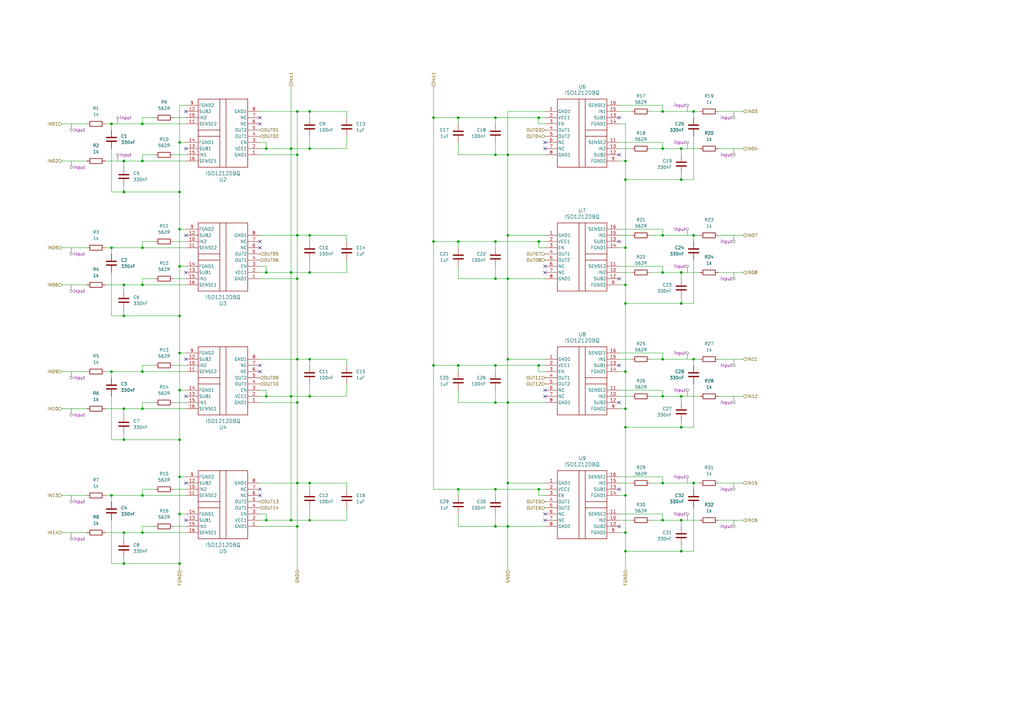
<source format=kicad_sch>
(kicad_sch (version 20231120) (generator "eeschema") (generator_version "8.0")
  (paper "A3")
  (junction (at 121.92 96.52))
  (junction (at 208.28 63.5))
  (junction (at 271.78 198.12))
  (junction (at 119.38 162.56))
  (junction (at 127 198.12))
  (junction (at 271.78 162.56))
  (junction (at 220.98 48.26))
  (junction (at 279.4 162.56))
  (junction (at 203.2 99.06))
  (junction (at 256.54 66.04))
  (junction (at 121.92 45.72))
  (junction (at 50.8 78.74))
  (junction (at 73.66 195.58))
  (junction (at 58.42 101.6))
  (junction (at 121.92 63.5))
  (junction (at 177.8 48.26))
  (junction (at 203.2 149.86))
  (junction (at 203.2 48.26))
  (junction (at 279.4 175.26))
  (junction (at 50.8 218.44))
  (junction (at 256.54 116.84))
  (junction (at 127 213.36))
  (junction (at 127 147.32))
  (junction (at 50.8 180.34))
  (junction (at 127 45.72))
  (junction (at 220.98 200.66))
  (junction (at 187.96 200.66))
  (junction (at 271.78 111.76))
  (junction (at 187.96 149.86))
  (junction (at 50.8 231.14))
  (junction (at 127 60.96))
  (junction (at 284.48 45.72))
  (junction (at 58.42 152.4))
  (junction (at 279.4 73.66))
  (junction (at 73.66 93.98))
  (junction (at 58.42 116.84))
  (junction (at 119.38 213.36))
  (junction (at 127 111.76))
  (junction (at 279.4 111.76))
  (junction (at 73.66 109.22))
  (junction (at 50.8 66.04))
  (junction (at 256.54 218.44))
  (junction (at 73.66 78.74))
  (junction (at 121.92 198.12))
  (junction (at 73.66 210.82))
  (junction (at 284.48 147.32))
  (junction (at 208.28 198.12))
  (junction (at 58.42 167.64))
  (junction (at 220.98 149.86))
  (junction (at 58.42 50.8))
  (junction (at 208.28 147.32))
  (junction (at 208.28 96.52))
  (junction (at 73.66 144.78))
  (junction (at 203.2 215.9))
  (junction (at 119.38 60.96))
  (junction (at 109.22 111.76))
  (junction (at 50.8 116.84))
  (junction (at 121.92 114.3))
  (junction (at 203.2 200.66))
  (junction (at 284.48 96.52))
  (junction (at 284.48 198.12))
  (junction (at 187.96 48.26))
  (junction (at 177.8 99.06))
  (junction (at 127 162.56))
  (junction (at 73.66 180.34))
  (junction (at 256.54 101.6))
  (junction (at 256.54 226.06))
  (junction (at 271.78 45.72))
  (junction (at 45.72 203.2))
  (junction (at 50.8 167.64))
  (junction (at 279.4 60.96))
  (junction (at 256.54 124.46))
  (junction (at 45.72 152.4))
  (junction (at 256.54 73.66))
  (junction (at 109.22 60.96))
  (junction (at 203.2 114.3))
  (junction (at 203.2 63.5))
  (junction (at 121.92 165.1))
  (junction (at 220.98 99.06))
  (junction (at 121.92 147.32))
  (junction (at 256.54 152.4))
  (junction (at 45.72 50.8))
  (junction (at 256.54 203.2))
  (junction (at 208.28 215.9))
  (junction (at 271.78 96.52))
  (junction (at 73.66 231.14))
  (junction (at 256.54 175.26))
  (junction (at 208.28 114.3))
  (junction (at 177.8 149.86))
  (junction (at 279.4 226.06))
  (junction (at 119.38 111.76))
  (junction (at 58.42 218.44))
  (junction (at 45.72 101.6))
  (junction (at 279.4 124.46))
  (junction (at 208.28 165.1))
  (junction (at 58.42 66.04))
  (junction (at 58.42 203.2))
  (junction (at 73.66 58.42))
  (junction (at 203.2 165.1))
  (junction (at 121.92 215.9))
  (junction (at 271.78 60.96))
  (junction (at 187.96 99.06))
  (junction (at 109.22 162.56))
  (junction (at 271.78 213.36))
  (junction (at 271.78 147.32))
  (junction (at 127 96.52))
  (junction (at 109.22 213.36))
  (junction (at 73.66 160.02))
  (junction (at 256.54 167.64))
  (junction (at 50.8 129.54))
  (junction (at 279.4 213.36))
  (junction (at 73.66 129.54))
  (no_connect (at 106.68 203.2))
  (no_connect (at 223.52 58.42))
  (no_connect (at 76.2 147.32))
  (no_connect (at 76.2 213.36))
  (no_connect (at 106.68 152.4))
  (no_connect (at 76.2 45.72))
  (no_connect (at 254 165.1))
  (no_connect (at 223.52 162.56))
  (no_connect (at 223.52 210.82))
  (no_connect (at 76.2 60.96))
  (no_connect (at 254 48.26))
  (no_connect (at 106.68 101.6))
  (no_connect (at 223.52 60.96))
  (no_connect (at 106.68 48.26))
  (no_connect (at 223.52 111.76))
  (no_connect (at 76.2 162.56))
  (no_connect (at 254 200.66))
  (no_connect (at 76.2 111.76))
  (no_connect (at 223.52 160.02))
  (no_connect (at 254 114.3))
  (no_connect (at 254 149.86))
  (no_connect (at 76.2 96.52))
  (no_connect (at 106.68 149.86))
  (no_connect (at 106.68 200.66))
  (no_connect (at 254 99.06))
  (no_connect (at 223.52 109.22))
  (no_connect (at 106.68 99.06))
  (no_connect (at 254 63.5))
  (no_connect (at 76.2 198.12))
  (no_connect (at 223.52 213.36))
  (no_connect (at 106.68 50.8))
  (no_connect (at 254 215.9))
  (wire (pts (xy 266.7 147.32) (xy 271.78 147.32)))
  (wire (pts (xy 106.68 213.36) (xy 109.22 213.36)))
  (wire (pts (xy 223.52 147.32) (xy 208.28 147.32)))
  (wire (pts (xy 121.92 198.12) (xy 121.92 215.9)))
  (wire (pts (xy 177.8 200.66) (xy 177.8 149.86)))
  (wire (pts (xy 287.02 213.36) (xy 279.4 213.36)))
  (wire (pts (xy 71.12 200.66) (xy 76.2 200.66)))
  (wire (pts (xy 58.42 167.64) (xy 76.2 167.64)))
  (wire (pts (xy 25.4 218.44) (xy 35.56 218.44)))
  (wire (pts (xy 121.92 45.72) (xy 121.92 63.5)))
  (wire (pts (xy 109.22 60.96) (xy 119.38 60.96)))
  (wire (pts (xy 73.66 93.98) (xy 73.66 109.22)))
  (wire (pts (xy 284.48 200.66) (xy 284.48 198.12)))
  (wire (pts (xy 284.48 99.06) (xy 284.48 96.52)))
  (wire (pts (xy 25.4 203.2) (xy 35.56 203.2)))
  (wire (pts (xy 127 157.48) (xy 127 162.56)))
  (wire (pts (xy 266.7 162.56) (xy 271.78 162.56)))
  (wire (pts (xy 284.48 175.26) (xy 279.4 175.26)))
  (wire (pts (xy 76.2 160.02) (xy 73.66 160.02)))
  (wire (pts (xy 109.22 213.36) (xy 119.38 213.36)))
  (wire (pts (xy 256.54 152.4) (xy 256.54 124.46)))
  (wire (pts (xy 76.2 210.82) (xy 73.66 210.82)))
  (wire (pts (xy 71.12 99.06) (xy 76.2 99.06)))
  (wire (pts (xy 73.66 129.54) (xy 73.66 144.78)))
  (wire (pts (xy 76.2 93.98) (xy 73.66 93.98)))
  (wire (pts (xy 279.4 213.36) (xy 271.78 213.36)))
  (wire (pts (xy 45.72 111.76) (xy 45.72 129.54)))
  (wire (pts (xy 187.96 165.1) (xy 203.2 165.1)))
  (wire (pts (xy 203.2 152.4) (xy 203.2 149.86)))
  (wire (pts (xy 256.54 203.2) (xy 254 203.2)))
  (wire (pts (xy 106.68 165.1) (xy 121.92 165.1)))
  (wire (pts (xy 223.52 152.4) (xy 220.98 152.4)))
  (wire (pts (xy 220.98 48.26) (xy 220.98 50.8)))
  (wire (pts (xy 109.22 210.82) (xy 109.22 213.36)))
  (wire (pts (xy 279.4 111.76) (xy 271.78 111.76)))
  (wire (pts (xy 287.02 147.32) (xy 284.48 147.32)))
  (wire (pts (xy 127 45.72) (xy 142.24 45.72)))
  (wire (pts (xy 177.8 200.66) (xy 187.96 200.66)))
  (wire (pts (xy 63.5 48.26) (xy 58.42 48.26)))
  (wire (pts (xy 109.22 160.02) (xy 109.22 162.56)))
  (wire (pts (xy 256.54 101.6) (xy 256.54 73.66)))
  (wire (pts (xy 287.02 162.56) (xy 279.4 162.56)))
  (wire (pts (xy 63.5 149.86) (xy 58.42 149.86)))
  (wire (pts (xy 50.8 228.6) (xy 50.8 231.14)))
  (wire (pts (xy 58.42 50.8) (xy 76.2 50.8)))
  (wire (pts (xy 256.54 175.26) (xy 279.4 175.26)))
  (wire (pts (xy 119.38 111.76) (xy 127 111.76)))
  (wire (pts (xy 63.5 215.9) (xy 58.42 215.9)))
  (wire (pts (xy 208.28 63.5) (xy 208.28 96.52)))
  (wire (pts (xy 271.78 160.02) (xy 271.78 162.56)))
  (wire (pts (xy 208.28 147.32) (xy 208.28 165.1)))
  (wire (pts (xy 187.96 215.9) (xy 203.2 215.9)))
  (wire (pts (xy 119.38 111.76) (xy 119.38 162.56)))
  (wire (pts (xy 254 111.76) (xy 259.08 111.76)))
  (wire (pts (xy 284.48 226.06) (xy 279.4 226.06)))
  (wire (pts (xy 25.4 152.4) (xy 35.56 152.4)))
  (wire (pts (xy 142.24 111.76) (xy 127 111.76)))
  (wire (pts (xy 43.18 50.8) (xy 45.72 50.8)))
  (wire (pts (xy 106.68 147.32) (xy 121.92 147.32)))
  (wire (pts (xy 45.72 154.94) (xy 45.72 152.4)))
  (wire (pts (xy 76.2 43.18) (xy 73.66 43.18)))
  (wire (pts (xy 254 58.42) (xy 271.78 58.42)))
  (wire (pts (xy 203.2 63.5) (xy 208.28 63.5)))
  (wire (pts (xy 256.54 152.4) (xy 254 152.4)))
  (wire (pts (xy 50.8 218.44) (xy 50.8 220.98)))
  (wire (pts (xy 63.5 63.5) (xy 58.42 63.5)))
  (wire (pts (xy 76.2 195.58) (xy 73.66 195.58)))
  (wire (pts (xy 254 116.84) (xy 256.54 116.84)))
  (wire (pts (xy 58.42 218.44) (xy 76.2 218.44)))
  (wire (pts (xy 203.2 210.82) (xy 203.2 215.9)))
  (wire (pts (xy 254 195.58) (xy 271.78 195.58)))
  (wire (pts (xy 187.96 101.6) (xy 187.96 99.06)))
  (wire (pts (xy 50.8 76.2) (xy 50.8 78.74)))
  (wire (pts (xy 271.78 96.52) (xy 284.48 96.52)))
  (wire (pts (xy 187.96 200.66) (xy 203.2 200.66)))
  (wire (pts (xy 25.4 101.6) (xy 35.56 101.6)))
  (wire (pts (xy 223.52 215.9) (xy 208.28 215.9)))
  (wire (pts (xy 187.96 203.2) (xy 187.96 200.66)))
  (wire (pts (xy 109.22 162.56) (xy 119.38 162.56)))
  (wire (pts (xy 45.72 60.96) (xy 45.72 78.74)))
  (wire (pts (xy 279.4 162.56) (xy 271.78 162.56)))
  (wire (pts (xy 266.7 96.52) (xy 271.78 96.52)))
  (wire (pts (xy 271.78 195.58) (xy 271.78 198.12)))
  (wire (pts (xy 254 93.98) (xy 271.78 93.98)))
  (wire (pts (xy 279.4 213.36) (xy 279.4 215.9)))
  (wire (pts (xy 256.54 73.66) (xy 256.54 66.04)))
  (wire (pts (xy 256.54 101.6) (xy 254 101.6)))
  (wire (pts (xy 223.52 198.12) (xy 208.28 198.12)))
  (wire (pts (xy 25.4 116.84) (xy 35.56 116.84)))
  (wire (pts (xy 203.2 215.9) (xy 208.28 215.9)))
  (wire (pts (xy 76.2 109.22) (xy 73.66 109.22)))
  (wire (pts (xy 50.8 66.04) (xy 50.8 68.58)))
  (wire (pts (xy 220.98 48.26) (xy 223.52 48.26)))
  (wire (pts (xy 127 213.36) (xy 119.38 213.36)))
  (wire (pts (xy 142.24 48.26) (xy 142.24 45.72)))
  (wire (pts (xy 73.66 78.74) (xy 73.66 93.98)))
  (wire (pts (xy 254 213.36) (xy 259.08 213.36)))
  (wire (pts (xy 256.54 203.2) (xy 256.54 175.26)))
  (wire (pts (xy 76.2 58.42) (xy 73.66 58.42)))
  (wire (pts (xy 254 147.32) (xy 259.08 147.32)))
  (wire (pts (xy 50.8 218.44) (xy 58.42 218.44)))
  (wire (pts (xy 208.28 96.52) (xy 208.28 114.3)))
  (wire (pts (xy 106.68 96.52) (xy 121.92 96.52)))
  (wire (pts (xy 177.8 149.86) (xy 177.8 99.06)))
  (wire (pts (xy 63.5 165.1) (xy 58.42 165.1)))
  (wire (pts (xy 73.66 231.14) (xy 73.66 233.68)))
  (wire (pts (xy 119.38 35.56) (xy 119.38 60.96)))
  (wire (pts (xy 279.4 111.76) (xy 279.4 114.3)))
  (wire (pts (xy 223.52 203.2) (xy 220.98 203.2)))
  (wire (pts (xy 45.72 53.34) (xy 45.72 50.8)))
  (wire (pts (xy 142.24 208.28) (xy 142.24 213.36)))
  (wire (pts (xy 106.68 45.72) (xy 121.92 45.72)))
  (wire (pts (xy 254 218.44) (xy 256.54 218.44)))
  (wire (pts (xy 304.8 213.36) (xy 294.64 213.36)))
  (wire (pts (xy 127 149.86) (xy 127 147.32)))
  (wire (pts (xy 271.78 198.12) (xy 284.48 198.12)))
  (wire (pts (xy 71.12 165.1) (xy 76.2 165.1)))
  (wire (pts (xy 45.72 231.14) (xy 50.8 231.14)))
  (wire (pts (xy 43.18 66.04) (xy 50.8 66.04)))
  (wire (pts (xy 203.2 149.86) (xy 220.98 149.86)))
  (wire (pts (xy 121.92 215.9) (xy 121.92 233.68)))
  (wire (pts (xy 45.72 203.2) (xy 58.42 203.2)))
  (wire (pts (xy 266.7 60.96) (xy 271.78 60.96)))
  (wire (pts (xy 142.24 99.06) (xy 142.24 96.52)))
  (wire (pts (xy 203.2 160.02) (xy 203.2 165.1)))
  (wire (pts (xy 177.8 99.06) (xy 187.96 99.06)))
  (wire (pts (xy 271.78 147.32) (xy 284.48 147.32)))
  (wire (pts (xy 25.4 167.64) (xy 35.56 167.64)))
  (wire (pts (xy 142.24 106.68) (xy 142.24 111.76)))
  (wire (pts (xy 284.48 157.48) (xy 284.48 175.26)))
  (wire (pts (xy 121.92 165.1) (xy 121.92 198.12)))
  (wire (pts (xy 187.96 50.8) (xy 187.96 48.26)))
  (wire (pts (xy 187.96 152.4) (xy 187.96 149.86)))
  (wire (pts (xy 127 48.26) (xy 127 45.72)))
  (wire (pts (xy 50.8 116.84) (xy 50.8 119.38)))
  (wire (pts (xy 142.24 200.66) (xy 142.24 198.12)))
  (wire (pts (xy 203.2 165.1) (xy 208.28 165.1)))
  (wire (pts (xy 271.78 109.22) (xy 271.78 111.76)))
  (wire (pts (xy 256.54 218.44) (xy 256.54 203.2)))
  (wire (pts (xy 203.2 200.66) (xy 220.98 200.66)))
  (wire (pts (xy 58.42 99.06) (xy 58.42 101.6)))
  (wire (pts (xy 142.24 60.96) (xy 127 60.96)))
  (wire (pts (xy 254 109.22) (xy 271.78 109.22)))
  (wire (pts (xy 203.2 109.22) (xy 203.2 114.3)))
  (wire (pts (xy 71.12 149.86) (xy 76.2 149.86)))
  (wire (pts (xy 76.2 144.78) (xy 73.66 144.78)))
  (wire (pts (xy 142.24 213.36) (xy 127 213.36)))
  (wire (pts (xy 271.78 58.42) (xy 271.78 60.96)))
  (wire (pts (xy 256.54 226.06) (xy 256.54 218.44)))
  (wire (pts (xy 45.72 104.14) (xy 45.72 101.6)))
  (wire (pts (xy 220.98 99.06) (xy 223.52 99.06)))
  (wire (pts (xy 142.24 157.48) (xy 142.24 162.56)))
  (wire (pts (xy 223.52 114.3) (xy 208.28 114.3)))
  (wire (pts (xy 254 45.72) (xy 259.08 45.72)))
  (wire (pts (xy 254 162.56) (xy 259.08 162.56)))
  (wire (pts (xy 279.4 223.52) (xy 279.4 226.06)))
  (wire (pts (xy 50.8 127) (xy 50.8 129.54)))
  (wire (pts (xy 50.8 116.84) (xy 58.42 116.84)))
  (wire (pts (xy 71.12 48.26) (xy 76.2 48.26)))
  (wire (pts (xy 203.2 48.26) (xy 220.98 48.26)))
  (wire (pts (xy 45.72 213.36) (xy 45.72 231.14)))
  (wire (pts (xy 25.4 50.8) (xy 35.56 50.8)))
  (wire (pts (xy 256.54 233.68) (xy 256.54 226.06)))
  (wire (pts (xy 106.68 162.56) (xy 109.22 162.56)))
  (wire (pts (xy 203.2 58.42) (xy 203.2 63.5)))
  (wire (pts (xy 223.52 96.52) (xy 208.28 96.52)))
  (wire (pts (xy 223.52 50.8) (xy 220.98 50.8)))
  (wire (pts (xy 109.22 111.76) (xy 119.38 111.76)))
  (wire (pts (xy 43.18 101.6) (xy 45.72 101.6)))
  (wire (pts (xy 121.92 198.12) (xy 127 198.12)))
  (wire (pts (xy 279.4 60.96) (xy 279.4 63.5)))
  (wire (pts (xy 121.92 63.5) (xy 121.92 96.52)))
  (wire (pts (xy 45.72 78.74) (xy 50.8 78.74)))
  (wire (pts (xy 73.66 58.42) (xy 73.66 78.74)))
  (wire (pts (xy 208.28 45.72) (xy 208.28 63.5)))
  (wire (pts (xy 256.54 175.26) (xy 256.54 167.64)))
  (wire (pts (xy 50.8 129.54) (xy 73.66 129.54)))
  (wire (pts (xy 271.78 210.82) (xy 271.78 213.36)))
  (wire (pts (xy 121.92 45.72) (xy 127 45.72)))
  (wire (pts (xy 284.48 48.26) (xy 284.48 45.72)))
  (wire (pts (xy 279.4 121.92) (xy 279.4 124.46)))
  (wire (pts (xy 119.38 162.56) (xy 119.38 213.36)))
  (wire (pts (xy 254 43.18) (xy 271.78 43.18)))
  (wire (pts (xy 287.02 60.96) (xy 279.4 60.96)))
  (wire (pts (xy 187.96 160.02) (xy 187.96 165.1)))
  (wire (pts (xy 220.98 200.66) (xy 223.52 200.66)))
  (wire (pts (xy 304.8 198.12) (xy 294.64 198.12)))
  (wire (pts (xy 284.48 124.46) (xy 279.4 124.46)))
  (wire (pts (xy 127 55.88) (xy 127 60.96)))
  (wire (pts (xy 73.66 160.02) (xy 73.66 180.34)))
  (wire (pts (xy 45.72 101.6) (xy 58.42 101.6)))
  (wire (pts (xy 50.8 167.64) (xy 58.42 167.64)))
  (wire (pts (xy 121.92 147.32) (xy 121.92 165.1)))
  (wire (pts (xy 284.48 208.28) (xy 284.48 226.06)))
  (wire (pts (xy 254 96.52) (xy 259.08 96.52)))
  (wire (pts (xy 271.78 144.78) (xy 271.78 147.32)))
  (wire (pts (xy 304.8 111.76) (xy 294.64 111.76)))
  (wire (pts (xy 266.7 45.72) (xy 271.78 45.72)))
  (wire (pts (xy 254 167.64) (xy 256.54 167.64)))
  (wire (pts (xy 71.12 215.9) (xy 76.2 215.9)))
  (wire (pts (xy 106.68 58.42) (xy 109.22 58.42)))
  (wire (pts (xy 45.72 162.56) (xy 45.72 180.34)))
  (wire (pts (xy 50.8 78.74) (xy 73.66 78.74)))
  (wire (pts (xy 45.72 205.74) (xy 45.72 203.2)))
  (wire (pts (xy 127 99.06) (xy 127 96.52)))
  (wire (pts (xy 106.68 210.82) (xy 109.22 210.82)))
  (wire (pts (xy 63.5 114.3) (xy 58.42 114.3)))
  (wire (pts (xy 127 106.68) (xy 127 111.76)))
  (wire (pts (xy 106.68 215.9) (xy 121.92 215.9)))
  (wire (pts (xy 58.42 152.4) (xy 76.2 152.4)))
  (wire (pts (xy 254 210.82) (xy 271.78 210.82)))
  (wire (pts (xy 271.78 93.98) (xy 271.78 96.52)))
  (wire (pts (xy 220.98 99.06) (xy 220.98 101.6)))
  (wire (pts (xy 127 208.28) (xy 127 213.36)))
  (wire (pts (xy 43.18 218.44) (xy 50.8 218.44)))
  (wire (pts (xy 203.2 99.06) (xy 220.98 99.06)))
  (wire (pts (xy 127 96.52) (xy 142.24 96.52)))
  (wire (pts (xy 127 162.56) (xy 119.38 162.56)))
  (wire (pts (xy 121.92 96.52) (xy 121.92 114.3)))
  (wire (pts (xy 58.42 66.04) (xy 76.2 66.04)))
  (wire (pts (xy 220.98 200.66) (xy 220.98 203.2)))
  (wire (pts (xy 266.7 111.76) (xy 271.78 111.76)))
  (wire (pts (xy 58.42 63.5) (xy 58.42 66.04)))
  (wire (pts (xy 284.48 73.66) (xy 279.4 73.66)))
  (wire (pts (xy 58.42 116.84) (xy 76.2 116.84)))
  (wire (pts (xy 187.96 149.86) (xy 203.2 149.86)))
  (wire (pts (xy 58.42 203.2) (xy 76.2 203.2)))
  (wire (pts (xy 50.8 231.14) (xy 73.66 231.14)))
  (wire (pts (xy 187.96 210.82) (xy 187.96 215.9)))
  (wire (pts (xy 58.42 149.86) (xy 58.42 152.4)))
  (wire (pts (xy 109.22 58.42) (xy 109.22 60.96)))
  (wire (pts (xy 256.54 167.64) (xy 256.54 152.4)))
  (wire (pts (xy 287.02 111.76) (xy 279.4 111.76)))
  (wire (pts (xy 279.4 162.56) (xy 279.4 165.1)))
  (wire (pts (xy 106.68 109.22) (xy 109.22 109.22)))
  (wire (pts (xy 284.48 55.88) (xy 284.48 73.66)))
  (wire (pts (xy 187.96 149.86) (xy 177.8 149.86)))
  (wire (pts (xy 287.02 45.72) (xy 284.48 45.72)))
  (wire (pts (xy 73.66 210.82) (xy 73.66 231.14)))
  (wire (pts (xy 223.52 45.72) (xy 208.28 45.72)))
  (wire (pts (xy 142.24 162.56) (xy 127 162.56)))
  (wire (pts (xy 58.42 114.3) (xy 58.42 116.84)))
  (wire (pts (xy 63.5 200.66) (xy 58.42 200.66)))
  (wire (pts (xy 58.42 48.26) (xy 58.42 50.8)))
  (wire (pts (xy 106.68 60.96) (xy 109.22 60.96)))
  (wire (pts (xy 73.66 109.22) (xy 73.66 129.54)))
  (wire (pts (xy 304.8 147.32) (xy 294.64 147.32)))
  (wire (pts (xy 279.4 60.96) (xy 271.78 60.96)))
  (wire (pts (xy 271.78 43.18) (xy 271.78 45.72)))
  (wire (pts (xy 43.18 152.4) (xy 45.72 152.4)))
  (wire (pts (xy 121.92 114.3) (xy 121.92 147.32)))
  (wire (pts (xy 73.66 43.18) (xy 73.66 58.42)))
  (wire (pts (xy 203.2 114.3) (xy 208.28 114.3)))
  (wire (pts (xy 203.2 101.6) (xy 203.2 99.06)))
  (wire (pts (xy 50.8 177.8) (xy 50.8 180.34)))
  (wire (pts (xy 58.42 165.1) (xy 58.42 167.64)))
  (wire (pts (xy 287.02 96.52) (xy 284.48 96.52)))
  (wire (pts (xy 187.96 99.06) (xy 203.2 99.06)))
  (wire (pts (xy 208.28 165.1) (xy 208.28 198.12)))
  (wire (pts (xy 223.52 165.1) (xy 208.28 165.1)))
  (wire (pts (xy 254 60.96) (xy 259.08 60.96)))
  (wire (pts (xy 203.2 50.8) (xy 203.2 48.26)))
  (wire (pts (xy 121.92 96.52) (xy 127 96.52)))
  (wire (pts (xy 106.68 198.12) (xy 121.92 198.12)))
  (wire (pts (xy 208.28 215.9) (xy 208.28 233.68)))
  (wire (pts (xy 304.8 60.96) (xy 294.64 60.96)))
  (wire (pts (xy 45.72 129.54) (xy 50.8 129.54)))
  (wire (pts (xy 208.28 114.3) (xy 208.28 147.32)))
  (wire (pts (xy 256.54 66.04) (xy 256.54 50.8)))
  (wire (pts (xy 45.72 152.4) (xy 58.42 152.4)))
  (wire (pts (xy 256.54 50.8) (xy 254 50.8)))
  (wire (pts (xy 58.42 101.6) (xy 76.2 101.6)))
  (wire (pts (xy 304.8 162.56) (xy 294.64 162.56)))
  (wire (pts (xy 71.12 114.3) (xy 76.2 114.3)))
  (wire (pts (xy 279.4 71.12) (xy 279.4 73.66)))
  (wire (pts (xy 109.22 109.22) (xy 109.22 111.76)))
  (wire (pts (xy 203.2 203.2) (xy 203.2 200.66)))
  (wire (pts (xy 279.4 172.72) (xy 279.4 175.26)))
  (wire (pts (xy 266.7 213.36) (xy 271.78 213.36)))
  (wire (pts (xy 43.18 203.2) (xy 45.72 203.2)))
  (wire (pts (xy 58.42 200.66) (xy 58.42 203.2)))
  (wire (pts (xy 266.7 198.12) (xy 271.78 198.12)))
  (wire (pts (xy 187.96 58.42) (xy 187.96 63.5)))
  (wire (pts (xy 256.54 124.46) (xy 279.4 124.46)))
  (wire (pts (xy 119.38 60.96) (xy 119.38 111.76)))
  (wire (pts (xy 50.8 167.64) (xy 50.8 170.18)))
  (wire (pts (xy 304.8 96.52) (xy 294.64 96.52)))
  (wire (pts (xy 43.18 116.84) (xy 50.8 116.84)))
  (wire (pts (xy 256.54 124.46) (xy 256.54 116.84)))
  (wire (pts (xy 177.8 48.26) (xy 187.96 48.26)))
  (wire (pts (xy 254 144.78) (xy 271.78 144.78)))
  (wire (pts (xy 187.96 109.22) (xy 187.96 114.3)))
  (wire (pts (xy 177.8 48.26) (xy 177.8 99.06)))
  (wire (pts (xy 187.96 114.3) (xy 203.2 114.3)))
  (wire (pts (xy 106.68 114.3) (xy 121.92 114.3)))
  (wire (pts (xy 50.8 66.04) (xy 58.42 66.04)))
  (wire (pts (xy 284.48 106.68) (xy 284.48 124.46)))
  (wire (pts (xy 304.8 45.72) (xy 294.64 45.72)))
  (wire (pts (xy 223.52 63.5) (xy 208.28 63.5)))
  (wire (pts (xy 73.66 144.78) (xy 73.66 160.02)))
  (wire (pts (xy 73.66 195.58) (xy 73.66 210.82)))
  (wire (pts (xy 63.5 99.06) (xy 58.42 99.06)))
  (wire (pts (xy 256.54 116.84) (xy 256.54 101.6)))
  (wire (pts (xy 45.72 180.34) (xy 50.8 180.34)))
  (wire (pts (xy 127 147.32) (xy 142.24 147.32)))
  (wire (pts (xy 121.92 147.32) (xy 127 147.32)))
  (wire (pts (xy 50.8 180.34) (xy 73.66 180.34)))
  (wire (pts (xy 73.66 180.34) (xy 73.66 195.58)))
  (wire (pts (xy 254 198.12) (xy 259.08 198.12)))
  (wire (pts (xy 284.48 149.86) (xy 284.48 147.32)))
  (wire (pts (xy 256.54 73.66) (xy 279.4 73.66)))
  (wire (pts (xy 106.68 111.76) (xy 109.22 111.76)))
  (wire (pts (xy 223.52 101.6) (xy 220.98 101.6)))
  (wire (pts (xy 208.28 198.12) (xy 208.28 215.9)))
  (wire (pts (xy 177.8 35.56) (xy 177.8 48.26)))
  (wire (pts (xy 71.12 63.5) (xy 76.2 63.5)))
  (wire (pts (xy 271.78 45.72) (xy 284.48 45.72)))
  (wire (pts (xy 106.68 160.02) (xy 109.22 160.02)))
  (wire (pts (xy 58.42 215.9) (xy 58.42 218.44)))
  (wire (pts (xy 25.4 66.04) (xy 35.56 66.04)))
  (wire (pts (xy 287.02 198.12) (xy 284.48 198.12)))
  (wire (pts (xy 106.68 63.5) (xy 121.92 63.5)))
  (wire (pts (xy 142.24 55.88) (xy 142.24 60.96)))
  (wire (pts (xy 220.98 149.86) (xy 223.52 149.86)))
  (wire (pts (xy 45.72 50.8) (xy 58.42 50.8)))
  (wire (pts (xy 43.18 167.64) (xy 50.8 167.64)))
  (wire (pts (xy 254 160.02) (xy 271.78 160.02)))
  (wire (pts (xy 256.54 226.06) (xy 279.4 226.06)))
  (wire (pts (xy 119.38 60.96) (xy 127 60.96)))
  (wire (pts (xy 220.98 149.86) (xy 220.98 152.4)))
  (wire (pts (xy 254 66.04) (xy 256.54 66.04)))
  (wire (pts (xy 187.96 63.5) (xy 203.2 63.5)))
  (wire (pts (xy 127 200.66) (xy 127 198.12)))
  (wire (pts (xy 127 198.12) (xy 142.24 198.12)))
  (wire (pts (xy 187.96 48.26) (xy 203.2 48.26)))
  (wire (pts (xy 142.24 149.86) (xy 142.24 147.32)))
  (hierarchical_label "OUT11" (shape input) (at 223.52 154.94 180))
  (hierarchical_label "IN07" (shape input) (at 304.8 96.52 0))
  (hierarchical_label "IN16" (shape input) (at 304.8 213.36 0))
  (hierarchical_label "IN10" (shape input) (at 25.4 167.64 180))
  (hierarchical_label "OUT08" (shape input) (at 223.52 106.68 180))
  (hierarchical_label "IN05" (shape input) (at 25.4 101.6 180))
  (hierarchical_label "OUT05" (shape input) (at 106.68 104.14 0))
  (hierarchical_label "IN03" (shape input) (at 304.8 45.72 0))
  (hierarchical_label "OUT06" (shape input) (at 106.68 106.68 0))
  (hierarchical_label "OUT15" (shape input) (at 223.52 205.74 180))
  (hierarchical_label "GND" (shape input) (at 208.28 233.68 270))
  (hierarchical_label "IN12" (shape input) (at 304.8 162.56 0))
  (hierarchical_label "OUT13" (shape input) (at 106.68 205.74 0))
  (hierarchical_label "FGND" (shape input) (at 256.54 233.68 270))
  (hierarchical_label "OUT16" (shape input) (at 223.52 208.28 180))
  (hierarchical_label "OUT04" (shape input) (at 223.52 55.88 180))
  (hierarchical_label "OUT03" (shape input) (at 223.52 53.34 180))
  (hierarchical_label "Vcc1" (shape input) (at 119.38 35.56 90))
  (hierarchical_label "IN14" (shape input) (at 25.4 218.44 180))
  (hierarchical_label "OUT07" (shape input) (at 223.52 104.14 180))
  (hierarchical_label "OUT14" (shape input) (at 106.68 208.28 0))
  (hierarchical_label "OUT09" (shape input) (at 106.68 154.94 0))
  (hierarchical_label "OUT01" (shape input) (at 106.68 53.34 0))
  (hierarchical_label "OUT02" (shape input) (at 106.68 55.88 0))
  (hierarchical_label "IN08" (shape input) (at 304.8 111.76 0))
  (hierarchical_label "IN13" (shape input) (at 25.4 203.2 180))
  (hierarchical_label "IN06" (shape input) (at 25.4 116.84 180))
  (hierarchical_label "OUT10" (shape input) (at 106.68 157.48 0))
  (hierarchical_label "OUT12" (shape input) (at 223.52 157.48 180))
  (hierarchical_label "IN01" (shape input) (at 25.4 50.8 180))
  (hierarchical_label "IN02" (shape input) (at 25.4 66.04 180))
  (hierarchical_label "Vcc1" (shape input) (at 177.8 35.56 90))
  (hierarchical_label "FGND" (shape input) (at 73.66 233.68 270))
  (hierarchical_label "IN09" (shape input) (at 25.4 152.4 180))
  (hierarchical_label "IN04" (shape input) (at 304.8 60.96 0))
  (hierarchical_label "IN15" (shape input) (at 304.8 198.12 0))
  (hierarchical_label "IN11" (shape input) (at 304.8 147.32 0))
  (hierarchical_label "GND" (shape input) (at 121.92 233.68 270))
  (netclass_flag "" (length 2.54) (shape round) (at 281.94 96.52 0) (property "Netclass" "input" (at 281.2415 93.98 0) (effects (font (italic yes)) (justify right))))
  (netclass_flag "" (length 2.54) (shape round) (at 281.94 147.32 0) (property "Netclass" "input" (at 281.2415 144.78 0) (effects (font (italic yes)) (justify right))))
  (netclass_flag "" (length 2.54) (shape round) (at 281.94 45.72 0) (property "Netclass" "input" (at 281.2415 43.18 0) (effects (font (italic yes)) (justify right))))
  (netclass_flag "" (length 2.54) (shape round) (at 29.21 116.84 180) (property "Netclass" "input" (at 29.9085 119.38 0) (effects (font (italic yes)) (justify left))))
  (netclass_flag "" (length 2.54) (shape round) (at 300.99 162.56 180) (property "Netclass" "input" (at 300.2915 165.1 0) (effects (font (italic yes)) (justify right))))
  (netclass_flag "" (length 2.54) (shape round) (at 300.99 60.96 180) (property "Netclass" "input" (at 300.2915 63.5 0) (effects (font (italic yes)) (justify right))))
  (netclass_flag "" (length 2.54) (shape round) (at 48.26 66.04 0) (property "Netclass" "input" (at 48.9585 63.5 0) (effects (font (italic yes)) (justify left))))
  (netclass_flag "" (length 2.54) (shape round) (at 300.99 147.32 180) (property "Netclass" "input" (at 300.2915 149.86 0) (effects (font (italic yes)) (justify right))))
  (netclass_flag "" (length 2.54) (shape round) (at 281.94 111.76 0) (property "Netclass" "input" (at 281.2415 109.22 0) (effects (font (italic yes)) (justify right))))
  (netclass_flag "" (length 2.54) (shape round) (at 281.94 198.12 0) (property "Netclass" "input" (at 281.2415 195.58 0) (effects (font (italic yes)) (justify right))))
  (netclass_flag "" (length 2.54) (shape round) (at 29.21 167.64 180) (property "Netclass" "input" (at 29.9085 170.18 0) (effects (font (italic yes)) (justify left))))
  (netclass_flag "" (length 2.54) (shape round) (at 29.21 203.2 180) (property "Netclass" "input" (at 29.9085 205.74 0) (effects (font (italic yes)) (justify left))))
  (netclass_flag "" (length 2.54) (shape round) (at 48.26 50.8 0) (property "Netclass" "input" (at 48.9585 48.26 0) (effects (font (italic yes)) (justify left))))
  (netclass_flag "" (length 2.54) (shape round) (at 300.99 213.36 180) (property "Netclass" "input" (at 300.2915 215.9 0) (effects (font (italic yes)) (justify right))))
  (netclass_flag "" (length 2.54) (shape round) (at 300.99 45.72 180) (property "Netclass" "input" (at 300.2915 48.26 0) (effects (font (italic yes)) (justify right))))
  (netclass_flag "" (length 2.54) (shape round) (at 29.21 218.44 180) (property "Netclass" "input" (at 29.9085 220.98 0) (effects (font (italic yes)) (justify left))))
  (netclass_flag "" (length 2.54) (shape round) (at 281.94 60.96 0) (property "Netclass" "input" (at 281.2415 58.42 0) (effects (font (italic yes)) (justify right))))
  (netclass_flag "" (length 2.54) (shape round) (at 29.21 152.4 180) (property "Netclass" "input" (at 29.9085 154.94 0) (effects (font (italic yes)) (justify left))))
  (netclass_flag "" (length 2.54) (shape round) (at 300.99 111.76 180) (property "Netclass" "input" (at 300.2915 114.3 0) (effects (font (italic yes)) (justify right))))
  (netclass_flag "" (length 2.54) (shape round) (at 29.21 50.8 180) (property "Netclass" "input" (at 29.9085 53.34 0) (effects (font (italic yes)) (justify left))))
  (netclass_flag "" (length 2.54) (shape round) (at 281.94 213.36 0) (property "Netclass" "input" (at 281.2415 210.82 0) (effects (font (italic yes)) (justify right))))
  (netclass_flag "" (length 2.54) (shape round) (at 29.21 101.6 180) (property "Netclass" "input" (at 29.9085 104.14 0) (effects (font (italic yes)) (justify left))))
  (netclass_flag "" (length 2.54) (shape round) (at 300.99 198.12 180) (property "Netclass" "input" (at 300.2915 200.66 0) (effects (font (italic yes)) (justify right))))
  (netclass_flag "" (length 2.54) (shape round) (at 300.99 96.52 180) (property "Netclass" "input" (at 300.2915 99.06 0) (effects (font (italic yes)) (justify right))))
  (netclass_flag "" (length 2.54) (shape round) (at 29.21 66.04 180) (property "Netclass" "input" (at 29.9085 68.58 0) (effects (font (italic yes)) (justify left))))
  (netclass_flag "" (length 2.54) (shape round) (at 281.94 162.56 0) (property "Netclass" "input" (at 281.2415 160.02 0) (effects (font (italic yes)) (justify right))))
  (symbol (lib_name "C_330nF_50V_1206_1") (lib_id "kicad_inventree_lib:C_330nF_50V_1206") (at 284.48 102.87 0) (mirror y) (unit 1)
    (property "Reference" "C24" (at 280.67 101.5999 0) (effects (justify left)))
    (property "Value" "330nF" (at 280.67 104.1399 0) (effects (justify left)))
    (property "Footprint" "Capacitor_SMD:C_1206_3216Metric_Pad1.33x1.80mm_HandSolder" (effects (hide yes)))
    (property "Datasheet" "http://inventree.network/part/104/" (effects (hide yes)))
    (property "Description" "Unpolarized capacitor" (effects (hide yes)))
    (property "part_ipn" "C_330nF_50V_1206" (effects (hide yes)))
  )
  (symbol (lib_id "kicad_inventree_lib:R_1k_1206_1%") (at 39.37 101.6 90) (unit 1)
    (property "Reference" "R3" (at 39.37 95.25 90))
    (property "Value" "1k" (at 39.37 97.79 90))
    (property "Footprint" "Resistor_SMD:R_1206_3216Metric_Pad1.30x1.75mm_HandSolder" (effects (hide yes)))
    (property "Datasheet" "http://inventree.network/part/60/" (effects (hide yes)))
    (property "Description" "Resistor" (effects (hide yes)))
    (property "NextPCB_price" "0.00169" (effects (hide yes)))
    (property "NextPCB_url" "https://www.hqonline.com/product-detail/chip-resistors-fojan-frc1206f3301ts-2500354421" (effects (hide yes)))
    (property "part_ipn" "R_1k_1206_1%" (effects (hide yes)))
  )
  (symbol (lib_id "kicad_inventree_lib:R_1k_1206_1%") (at 290.83 198.12 270) (mirror x) (unit 1)
    (property "Reference" "R31" (at 290.83 191.77 90))
    (property "Value" "1k" (at 290.83 194.31 90))
    (property "Footprint" "Resistor_SMD:R_1206_3216Metric_Pad1.30x1.75mm_HandSolder" (effects (hide yes)))
    (property "Datasheet" "http://inventree.network/part/60/" (effects (hide yes)))
    (property "Description" "Resistor" (effects (hide yes)))
    (property "NextPCB_price" "0.00169" (effects (hide yes)))
    (property "NextPCB_url" "https://www.hqonline.com/product-detail/chip-resistors-fojan-frc1206f3301ts-2500354421" (effects (hide yes)))
    (property "part_ipn" "R_1k_1206_1%" (effects (hide yes)))
  )
  (symbol (lib_id "kicad_inventree_lib:R_562R_1206_1%") (at 67.31 200.66 90) (unit 1)
    (property "Reference" "R15" (at 67.31 194.31 90))
    (property "Value" "562R" (at 67.31 196.85 90))
    (property "Footprint" "Resistor_SMD:R_1206_3216Metric_Pad1.30x1.75mm_HandSolder" (effects (hide yes)))
    (property "Datasheet" "http://inventree.network/part/103/" (effects (hide yes)))
    (property "Description" "Resistor" (effects (hide yes)))
    (property "part_ipn" "R_562R_1206_1%" (effects (hide yes)))
  )
  (symbol (lib_id "kicad_inventree_lib:C_100nF_50V_1206") (at 203.2 207.01 0) (mirror y) (unit 1)
    (property "Reference" "C30" (at 199.39 205.7399 0) (effects (justify left)))
    (property "Value" "100nF" (at 199.39 208.2799 0) (effects (justify left)))
    (property "Footprint" "Capacitor_SMD:C_1206_3216Metric_Pad1.33x1.80mm_HandSolder" (effects (hide yes)))
    (property "Datasheet" "http://inventree.network/part/44/" (effects (hide yes)))
    (property "Description" "Unpolarized capacitor" (effects (hide yes)))
    (property "part_ipn" "C_100nF_50V_1206" (effects (hide yes)))
  )
  (symbol (lib_id "kicad_inventree_lib:ISO1212") (at 91.44 198.12 180) (unit 1)
    (property "Reference" "U5" (at 91.44 226.06 0) (effects (font (size 1.524 1.524))))
    (property "Value" "ISO1212DBQ" (at 91.44 223.52 0) (effects (font (size 1.524 1.524))))
    (property "Footprint" "kicad_inventree_lib:DBQ0016A_M" (effects (hide yes)))
    (property "Datasheet" "http://inventree.network/part/102/" (effects (hide yes)))
    (property "part_ipn" "ISO1212" (effects (hide yes)))
  )
  (symbol (lib_id "kicad_inventree_lib:C_330nF_50V_1206") (at 50.8 173.99 0) (unit 1)
    (property "Reference" "C7" (at 54.61 172.7199 0) (effects (justify left)))
    (property "Value" "330nF" (at 54.61 175.2599 0) (effects (justify left)))
    (property "Footprint" "Capacitor_SMD:C_1206_3216Metric_Pad1.33x1.80mm_HandSolder" (effects (hide yes)))
    (property "Datasheet" "http://inventree.network/part/104/" (effects (hide yes)))
    (property "Description" "Unpolarized capacitor" (effects (hide yes)))
    (property "part_ipn" "C_330nF_50V_1206" (effects (hide yes)))
  )
  (symbol (lib_id "kicad_inventree_lib:R_562R_1206_1%") (at 262.89 96.52 270) (mirror x) (unit 1)
    (property "Reference" "R21" (at 262.89 90.17 90))
    (property "Value" "562R" (at 262.89 92.71 90))
    (property "Footprint" "Resistor_SMD:R_1206_3216Metric_Pad1.30x1.75mm_HandSolder" (effects (hide yes)))
    (property "Datasheet" "http://inventree.network/part/103/" (effects (hide yes)))
    (property "Description" "Resistor" (effects (hide yes)))
    (property "part_ipn" "R_562R_1206_1%" (effects (hide yes)))
  )
  (symbol (lib_id "kicad_inventree_lib:ISO1212") (at 238.76 165.1 0) (unit 1)
    (property "Reference" "U8" (at 238.76 137.16 0) (effects (font (size 1.524 1.524))))
    (property "Value" "ISO1212DBQ" (at 238.76 139.7 0) (effects (font (size 1.524 1.524))))
    (property "Footprint" "kicad_inventree_lib:DBQ0016A_M" (effects (hide yes)))
    (property "Datasheet" "http://inventree.network/part/102/" (effects (hide yes)))
    (property "part_ipn" "ISO1212" (effects (hide yes)))
  )
  (symbol (lib_id "kicad_inventree_lib:C_1uF_50V_1206") (at 142.24 52.07 0) (unit 1)
    (property "Reference" "C13" (at 146.05 50.7999 0) (effects (justify left)))
    (property "Value" "1uF" (at 146.05 53.3399 0) (effects (justify left)))
    (property "Footprint" "Capacitor_SMD:C_1206_3216Metric_Pad1.33x1.80mm_HandSolder" (effects (hide yes)))
    (property "Datasheet" "http://inventree.network/part/44/" (effects (hide yes)))
    (property "Description" "Unpolarized capacitor" (effects (hide yes)))
    (property "part_ipn" "C_1uF_50V_1206" (effects (hide yes)))
  )
  (symbol (lib_id "kicad_inventree_lib:R_562R_1206_1%") (at 67.31 48.26 90) (unit 1)
    (property "Reference" "R9" (at 67.31 41.91 90))
    (property "Value" "562R" (at 67.31 44.45 90))
    (property "Footprint" "Resistor_SMD:R_1206_3216Metric_Pad1.30x1.75mm_HandSolder" (effects (hide yes)))
    (property "Datasheet" "http://inventree.network/part/103/" (effects (hide yes)))
    (property "Description" "Resistor" (effects (hide yes)))
    (property "part_ipn" "R_562R_1206_1%" (effects (hide yes)))
  )
  (symbol (lib_id "kicad_inventree_lib:R_562R_1206_1%") (at 262.89 147.32 270) (mirror x) (unit 1)
    (property "Reference" "R25" (at 262.89 140.97 90))
    (property "Value" "562R" (at 262.89 143.51 90))
    (property "Footprint" "Resistor_SMD:R_1206_3216Metric_Pad1.30x1.75mm_HandSolder" (effects (hide yes)))
    (property "Datasheet" "http://inventree.network/part/103/" (effects (hide yes)))
    (property "Description" "Resistor" (effects (hide yes)))
    (property "part_ipn" "R_562R_1206_1%" (effects (hide yes)))
  )
  (symbol (lib_id "kicad_inventree_lib:R_562R_1206_1%") (at 67.31 63.5 90) (unit 1)
    (property "Reference" "R10" (at 67.31 57.15 90))
    (property "Value" "562R" (at 67.31 59.69 90))
    (property "Footprint" "Resistor_SMD:R_1206_3216Metric_Pad1.30x1.75mm_HandSolder" (effects (hide yes)))
    (property "Datasheet" "http://inventree.network/part/103/" (effects (hide yes)))
    (property "Description" "Resistor" (effects (hide yes)))
    (property "part_ipn" "R_562R_1206_1%" (effects (hide yes)))
  )
  (symbol (lib_id "kicad_inventree_lib:R_1k_1206_1%") (at 39.37 116.84 90) (unit 1)
    (property "Reference" "R4" (at 39.37 110.49 90))
    (property "Value" "1k" (at 39.37 113.03 90))
    (property "Footprint" "Resistor_SMD:R_1206_3216Metric_Pad1.30x1.75mm_HandSolder" (effects (hide yes)))
    (property "Datasheet" "http://inventree.network/part/60/" (effects (hide yes)))
    (property "Description" "Resistor" (effects (hide yes)))
    (property "NextPCB_price" "0.00169" (effects (hide yes)))
    (property "NextPCB_url" "https://www.hqonline.com/product-detail/chip-resistors-fojan-frc1206f3301ts-2500354421" (effects (hide yes)))
    (property "part_ipn" "R_1k_1206_1%" (effects (hide yes)))
  )
  (symbol (lib_id "kicad_inventree_lib:R_562R_1206_1%") (at 262.89 60.96 270) (mirror x) (unit 1)
    (property "Reference" "R18" (at 262.89 54.61 90))
    (property "Value" "562R" (at 262.89 57.15 90))
    (property "Footprint" "Resistor_SMD:R_1206_3216Metric_Pad1.30x1.75mm_HandSolder" (effects (hide yes)))
    (property "Datasheet" "http://inventree.network/part/103/" (effects (hide yes)))
    (property "Description" "Resistor" (effects (hide yes)))
    (property "part_ipn" "R_562R_1206_1%" (effects (hide yes)))
  )
  (symbol (lib_id "kicad_inventree_lib:C_1uF_50V_1206") (at 142.24 204.47 0) (unit 1)
    (property "Reference" "C16" (at 146.05 203.1999 0) (effects (justify left)))
    (property "Value" "1uF" (at 146.05 205.7399 0) (effects (justify left)))
    (property "Footprint" "Capacitor_SMD:C_1206_3216Metric_Pad1.33x1.80mm_HandSolder" (effects (hide yes)))
    (property "Datasheet" "http://inventree.network/part/44/" (effects (hide yes)))
    (property "Description" "Unpolarized capacitor" (effects (hide yes)))
    (property "part_ipn" "C_1uF_50V_1206" (effects (hide yes)))
  )
  (symbol (lib_id "kicad_inventree_lib:C_1uF_50V_1206") (at 187.96 156.21 0) (mirror y) (unit 1)
    (property "Reference" "C25" (at 184.15 154.9399 0) (effects (justify left)))
    (property "Value" "1uF" (at 184.15 157.4799 0) (effects (justify left)))
    (property "Footprint" "Capacitor_SMD:C_1206_3216Metric_Pad1.33x1.80mm_HandSolder" (effects (hide yes)))
    (property "Datasheet" "http://inventree.network/part/44/" (effects (hide yes)))
    (property "Description" "Unpolarized capacitor" (effects (hide yes)))
    (property "part_ipn" "C_1uF_50V_1206" (effects (hide yes)))
  )
  (symbol (lib_name "C_330nF_50V_1206_1") (lib_id "kicad_inventree_lib:C_330nF_50V_1206") (at 45.72 158.75 0) (unit 1)
    (property "Reference" "C3" (at 49.53 157.4799 0) (effects (justify left)))
    (property "Value" "330nF" (at 49.53 160.0199 0) (effects (justify left)))
    (property "Footprint" "Capacitor_SMD:C_1206_3216Metric_Pad1.33x1.80mm_HandSolder" (effects (hide yes)))
    (property "Datasheet" "http://inventree.network/part/104/" (effects (hide yes)))
    (property "Description" "Unpolarized capacitor" (effects (hide yes)))
    (property "part_ipn" "C_330nF_50V_1206" (effects (hide yes)))
  )
  (symbol (lib_id "kicad_inventree_lib:R_562R_1206_1%") (at 67.31 165.1 90) (unit 1)
    (property "Reference" "R14" (at 67.31 158.75 90))
    (property "Value" "562R" (at 67.31 161.29 90))
    (property "Footprint" "Resistor_SMD:R_1206_3216Metric_Pad1.30x1.75mm_HandSolder" (effects (hide yes)))
    (property "Datasheet" "http://inventree.network/part/103/" (effects (hide yes)))
    (property "Description" "Resistor" (effects (hide yes)))
    (property "part_ipn" "R_562R_1206_1%" (effects (hide yes)))
  )
  (symbol (lib_name "C_330nF_50V_1206_1") (lib_id "kicad_inventree_lib:C_330nF_50V_1206") (at 284.48 204.47 0) (mirror y) (unit 1)
    (property "Reference" "C32" (at 280.67 203.1999 0) (effects (justify left)))
    (property "Value" "330nF" (at 280.67 205.7399 0) (effects (justify left)))
    (property "Footprint" "Capacitor_SMD:C_1206_3216Metric_Pad1.33x1.80mm_HandSolder" (effects (hide yes)))
    (property "Datasheet" "http://inventree.network/part/104/" (effects (hide yes)))
    (property "Description" "Unpolarized capacitor" (effects (hide yes)))
    (property "part_ipn" "C_330nF_50V_1206" (effects (hide yes)))
  )
  (symbol (lib_id "kicad_inventree_lib:C_1uF_50V_1206") (at 142.24 102.87 0) (unit 1)
    (property "Reference" "C14" (at 146.05 101.5999 0) (effects (justify left)))
    (property "Value" "1uF" (at 146.05 104.1399 0) (effects (justify left)))
    (property "Footprint" "Capacitor_SMD:C_1206_3216Metric_Pad1.33x1.80mm_HandSolder" (effects (hide yes)))
    (property "Datasheet" "http://inventree.network/part/44/" (effects (hide yes)))
    (property "Description" "Unpolarized capacitor" (effects (hide yes)))
    (property "part_ipn" "C_1uF_50V_1206" (effects (hide yes)))
  )
  (symbol (lib_id "kicad_inventree_lib:R_562R_1206_1%") (at 262.89 213.36 270) (mirror x) (unit 1)
    (property "Reference" "R30" (at 262.89 207.01 90))
    (property "Value" "562R" (at 262.89 209.55 90))
    (property "Footprint" "Resistor_SMD:R_1206_3216Metric_Pad1.30x1.75mm_HandSolder" (effects (hide yes)))
    (property "Datasheet" "http://inventree.network/part/103/" (effects (hide yes)))
    (property "Description" "Resistor" (effects (hide yes)))
    (property "part_ipn" "R_562R_1206_1%" (effects (hide yes)))
  )
  (symbol (lib_id "kicad_inventree_lib:ISO1212") (at 238.76 63.5 0) (unit 1)
    (property "Reference" "U6" (at 238.76 35.56 0) (effects (font (size 1.524 1.524))))
    (property "Value" "ISO1212DBQ" (at 238.76 38.1 0) (effects (font (size 1.524 1.524))))
    (property "Footprint" "kicad_inventree_lib:DBQ0016A_M" (effects (hide yes)))
    (property "Datasheet" "http://inventree.network/part/102/" (effects (hide yes)))
    (property "part_ipn" "ISO1212" (effects (hide yes)))
  )
  (symbol (lib_id "kicad_inventree_lib:R_1k_1206_1%") (at 39.37 218.44 90) (unit 1)
    (property "Reference" "R8" (at 39.37 212.09 90))
    (property "Value" "1k" (at 39.37 214.63 90))
    (property "Footprint" "Resistor_SMD:R_1206_3216Metric_Pad1.30x1.75mm_HandSolder" (effects (hide yes)))
    (property "Datasheet" "http://inventree.network/part/60/" (effects (hide yes)))
    (property "Description" "Resistor" (effects (hide yes)))
    (property "NextPCB_price" "0.00169" (effects (hide yes)))
    (property "NextPCB_url" "https://www.hqonline.com/product-detail/chip-resistors-fojan-frc1206f3301ts-2500354421" (effects (hide yes)))
    (property "part_ipn" "R_1k_1206_1%" (effects (hide yes)))
  )
  (symbol (lib_id "kicad_inventree_lib:C_1uF_50V_1206") (at 187.96 105.41 0) (mirror y) (unit 1)
    (property "Reference" "C21" (at 184.15 104.1399 0) (effects (justify left)))
    (property "Value" "1uF" (at 184.15 106.6799 0) (effects (justify left)))
    (property "Footprint" "Capacitor_SMD:C_1206_3216Metric_Pad1.33x1.80mm_HandSolder" (effects (hide yes)))
    (property "Datasheet" "http://inventree.network/part/44/" (effects (hide yes)))
    (property "Description" "Unpolarized capacitor" (effects (hide yes)))
    (property "part_ipn" "C_1uF_50V_1206" (effects (hide yes)))
  )
  (symbol (lib_id "kicad_inventree_lib:R_562R_1206_1%") (at 67.31 215.9 90) (unit 1)
    (property "Reference" "R16" (at 67.31 209.55 90))
    (property "Value" "562R" (at 67.31 212.09 90))
    (property "Footprint" "Resistor_SMD:R_1206_3216Metric_Pad1.30x1.75mm_HandSolder" (effects (hide yes)))
    (property "Datasheet" "http://inventree.network/part/103/" (effects (hide yes)))
    (property "Description" "Resistor" (effects (hide yes)))
    (property "part_ipn" "R_562R_1206_1%" (effects (hide yes)))
  )
  (symbol (lib_id "kicad_inventree_lib:C_330nF_50V_1206") (at 279.4 168.91 0) (mirror y) (unit 1)
    (property "Reference" "C27" (at 275.59 167.6399 0) (effects (justify left)))
    (property "Value" "330nF" (at 275.59 170.1799 0) (effects (justify left)))
    (property "Footprint" "Capacitor_SMD:C_1206_3216Metric_Pad1.33x1.80mm_HandSolder" (effects (hide yes)))
    (property "Datasheet" "http://inventree.network/part/104/" (effects (hide yes)))
    (property "Description" "Unpolarized capacitor" (effects (hide yes)))
    (property "part_ipn" "C_330nF_50V_1206" (effects (hide yes)))
  )
  (symbol (lib_id "kicad_inventree_lib:R_562R_1206_1%") (at 67.31 99.06 90) (unit 1)
    (property "Reference" "R11" (at 67.31 92.71 90))
    (property "Value" "562R" (at 67.31 95.25 90))
    (property "Footprint" "Resistor_SMD:R_1206_3216Metric_Pad1.30x1.75mm_HandSolder" (effects (hide yes)))
    (property "Datasheet" "http://inventree.network/part/103/" (effects (hide yes)))
    (property "Description" "Resistor" (effects (hide yes)))
    (property "part_ipn" "R_562R_1206_1%" (effects (hide yes)))
  )
  (symbol (lib_id "kicad_inventree_lib:C_1uF_50V_1206") (at 142.24 153.67 0) (unit 1)
    (property "Reference" "C15" (at 146.05 152.3999 0) (effects (justify left)))
    (property "Value" "1uF" (at 146.05 154.9399 0) (effects (justify left)))
    (property "Footprint" "Capacitor_SMD:C_1206_3216Metric_Pad1.33x1.80mm_HandSolder" (effects (hide yes)))
    (property "Datasheet" "http://inventree.network/part/44/" (effects (hide yes)))
    (property "Description" "Unpolarized capacitor" (effects (hide yes)))
    (property "part_ipn" "C_1uF_50V_1206" (effects (hide yes)))
  )
  (symbol (lib_id "kicad_inventree_lib:R_1k_1206_1%") (at 290.83 60.96 270) (mirror x) (unit 1)
    (property "Reference" "R20" (at 290.83 54.61 90))
    (property "Value" "1k" (at 290.83 57.15 90))
    (property "Footprint" "Resistor_SMD:R_1206_3216Metric_Pad1.30x1.75mm_HandSolder" (effects (hide yes)))
    (property "Datasheet" "http://inventree.network/part/60/" (effects (hide yes)))
    (property "Description" "Resistor" (effects (hide yes)))
    (property "NextPCB_price" "0.00169" (effects (hide yes)))
    (property "NextPCB_url" "https://www.hqonline.com/product-detail/chip-resistors-fojan-frc1206f3301ts-2500354421" (effects (hide yes)))
    (property "part_ipn" "R_1k_1206_1%" (effects (hide yes)))
  )
  (symbol (lib_name "C_330nF_50V_1206_1") (lib_id "kicad_inventree_lib:C_330nF_50V_1206") (at 45.72 57.15 0) (unit 1)
    (property "Reference" "C1" (at 49.53 55.8799 0) (effects (justify left)))
    (property "Value" "330nF" (at 49.53 58.4199 0) (effects (justify left)))
    (property "Footprint" "Capacitor_SMD:C_1206_3216Metric_Pad1.33x1.80mm_HandSolder" (effects (hide yes)))
    (property "Datasheet" "http://inventree.network/part/104/" (effects (hide yes)))
    (property "Description" "Unpolarized capacitor" (effects (hide yes)))
    (property "part_ipn" "C_330nF_50V_1206" (effects (hide yes)))
  )
  (symbol (lib_id "kicad_inventree_lib:ISO1212") (at 91.44 147.32 180) (unit 1)
    (property "Reference" "U4" (at 91.44 175.26 0) (effects (font (size 1.524 1.524))))
    (property "Value" "ISO1212DBQ" (at 91.44 172.72 0) (effects (font (size 1.524 1.524))))
    (property "Footprint" "kicad_inventree_lib:DBQ0016A_M" (effects (hide yes)))
    (property "Datasheet" "http://inventree.network/part/102/" (effects (hide yes)))
    (property "part_ipn" "ISO1212" (effects (hide yes)))
  )
  (symbol (lib_id "kicad_inventree_lib:R_562R_1206_1%") (at 67.31 114.3 90) (unit 1)
    (property "Reference" "R12" (at 67.31 107.95 90))
    (property "Value" "562R" (at 67.31 110.49 90))
    (property "Footprint" "Resistor_SMD:R_1206_3216Metric_Pad1.30x1.75mm_HandSolder" (effects (hide yes)))
    (property "Datasheet" "http://inventree.network/part/103/" (effects (hide yes)))
    (property "Description" "Resistor" (effects (hide yes)))
    (property "part_ipn" "R_562R_1206_1%" (effects (hide yes)))
  )
  (symbol (lib_id "kicad_inventree_lib:C_330nF_50V_1206") (at 50.8 224.79 0) (unit 1)
    (property "Reference" "C8" (at 54.61 223.5199 0) (effects (justify left)))
    (property "Value" "330nF" (at 54.61 226.0599 0) (effects (justify left)))
    (property "Footprint" "Capacitor_SMD:C_1206_3216Metric_Pad1.33x1.80mm_HandSolder" (effects (hide yes)))
    (property "Datasheet" "http://inventree.network/part/104/" (effects (hide yes)))
    (property "Description" "Unpolarized capacitor" (effects (hide yes)))
    (property "part_ipn" "C_330nF_50V_1206" (effects (hide yes)))
  )
  (symbol (lib_id "kicad_inventree_lib:R_1k_1206_1%") (at 290.83 45.72 270) (mirror x) (unit 1)
    (property "Reference" "R19" (at 290.83 39.37 90))
    (property "Value" "1k" (at 290.83 41.91 90))
    (property "Footprint" "Resistor_SMD:R_1206_3216Metric_Pad1.30x1.75mm_HandSolder" (effects (hide yes)))
    (property "Datasheet" "http://inventree.network/part/60/" (effects (hide yes)))
    (property "Description" "Resistor" (effects (hide yes)))
    (property "NextPCB_price" "0.00169" (effects (hide yes)))
    (property "NextPCB_url" "https://www.hqonline.com/product-detail/chip-resistors-fojan-frc1206f3301ts-2500354421" (effects (hide yes)))
    (property "part_ipn" "R_1k_1206_1%" (effects (hide yes)))
  )
  (symbol (lib_id "kicad_inventree_lib:R_1k_1206_1%") (at 290.83 162.56 270) (mirror x) (unit 1)
    (property "Reference" "R28" (at 290.83 156.21 90))
    (property "Value" "1k" (at 290.83 158.75 90))
    (property "Footprint" "Resistor_SMD:R_1206_3216Metric_Pad1.30x1.75mm_HandSolder" (effects (hide yes)))
    (property "Datasheet" "http://inventree.network/part/60/" (effects (hide yes)))
    (property "Description" "Resistor" (effects (hide yes)))
    (property "NextPCB_price" "0.00169" (effects (hide yes)))
    (property "NextPCB_url" "https://www.hqonline.com/product-detail/chip-resistors-fojan-frc1206f3301ts-2500354421" (effects (hide yes)))
    (property "part_ipn" "R_1k_1206_1%" (effects (hide yes)))
  )
  (symbol (lib_id "kicad_inventree_lib:R_562R_1206_1%") (at 262.89 198.12 270) (mirror x) (unit 1)
    (property "Reference" "R29" (at 262.89 191.77 90))
    (property "Value" "562R" (at 262.89 194.31 90))
    (property "Footprint" "Resistor_SMD:R_1206_3216Metric_Pad1.30x1.75mm_HandSolder" (effects (hide yes)))
    (property "Datasheet" "http://inventree.network/part/103/" (effects (hide yes)))
    (property "Description" "Resistor" (effects (hide yes)))
    (property "part_ipn" "R_562R_1206_1%" (effects (hide yes)))
  )
  (symbol (lib_id "kicad_inventree_lib:R_1k_1206_1%") (at 290.83 147.32 270) (mirror x) (unit 1)
    (property "Reference" "R27" (at 290.83 140.97 90))
    (property "Value" "1k" (at 290.83 143.51 90))
    (property "Footprint" "Resistor_SMD:R_1206_3216Metric_Pad1.30x1.75mm_HandSolder" (effects (hide yes)))
    (property "Datasheet" "http://inventree.network/part/60/" (effects (hide yes)))
    (property "Description" "Resistor" (effects (hide yes)))
    (property "NextPCB_price" "0.00169" (effects (hide yes)))
    (property "NextPCB_url" "https://www.hqonline.com/product-detail/chip-resistors-fojan-frc1206f3301ts-2500354421" (effects (hide yes)))
    (property "part_ipn" "R_1k_1206_1%" (effects (hide yes)))
  )
  (symbol (lib_id "kicad_inventree_lib:C_100nF_50V_1206") (at 127 102.87 0) (unit 1)
    (property "Reference" "C10" (at 130.81 101.5999 0) (effects (justify left)))
    (property "Value" "100nF" (at 130.81 104.1399 0) (effects (justify left)))
    (property "Footprint" "Capacitor_SMD:C_1206_3216Metric_Pad1.33x1.80mm_HandSolder" (effects (hide yes)))
    (property "Datasheet" "http://inventree.network/part/44/" (effects (hide yes)))
    (property "Description" "Unpolarized capacitor" (effects (hide yes)))
    (property "part_ipn" "C_100nF_50V_1206" (effects (hide yes)))
  )
  (symbol (lib_id "kicad_inventree_lib:R_1k_1206_1%") (at 290.83 111.76 270) (mirror x) (unit 1)
    (property "Reference" "R24" (at 290.83 105.41 90))
    (property "Value" "1k" (at 290.83 107.95 90))
    (property "Footprint" "Resistor_SMD:R_1206_3216Metric_Pad1.30x1.75mm_HandSolder" (effects (hide yes)))
    (property "Datasheet" "http://inventree.network/part/60/" (effects (hide yes)))
    (property "Description" "Resistor" (effects (hide yes)))
    (property "NextPCB_price" "0.00169" (effects (hide yes)))
    (property "NextPCB_url" "https://www.hqonline.com/product-detail/chip-resistors-fojan-frc1206f3301ts-2500354421" (effects (hide yes)))
    (property "part_ipn" "R_1k_1206_1%" (effects (hide yes)))
  )
  (symbol (lib_name "C_330nF_50V_1206_1") (lib_id "kicad_inventree_lib:C_330nF_50V_1206") (at 284.48 153.67 0) (mirror y) (unit 1)
    (property "Reference" "C28" (at 280.67 152.3999 0) (effects (justify left)))
    (property "Value" "330nF" (at 280.67 154.9399 0) (effects (justify left)))
    (property "Footprint" "Capacitor_SMD:C_1206_3216Metric_Pad1.33x1.80mm_HandSolder" (effects (hide yes)))
    (property "Datasheet" "http://inventree.network/part/104/" (effects (hide yes)))
    (property "Description" "Unpolarized capacitor" (effects (hide yes)))
    (property "part_ipn" "C_330nF_50V_1206" (effects (hide yes)))
  )
  (symbol (lib_id "kicad_inventree_lib:R_1k_1206_1%") (at 290.83 96.52 270) (mirror x) (unit 1)
    (property "Reference" "R23" (at 290.83 90.17 90))
    (property "Value" "1k" (at 290.83 92.71 90))
    (property "Footprint" "Resistor_SMD:R_1206_3216Metric_Pad1.30x1.75mm_HandSolder" (effects (hide yes)))
    (property "Datasheet" "http://inventree.network/part/60/" (effects (hide yes)))
    (property "Description" "Resistor" (effects (hide yes)))
    (property "NextPCB_price" "0.00169" (effects (hide yes)))
    (property "NextPCB_url" "https://www.hqonline.com/product-detail/chip-resistors-fojan-frc1206f3301ts-2500354421" (effects (hide yes)))
    (property "part_ipn" "R_1k_1206_1%" (effects (hide yes)))
  )
  (symbol (lib_id "kicad_inventree_lib:C_100nF_50V_1206") (at 203.2 54.61 0) (mirror y) (unit 1)
    (property "Reference" "C18" (at 199.39 53.3399 0) (effects (justify left)))
    (property "Value" "100nF" (at 199.39 55.8799 0) (effects (justify left)))
    (property "Footprint" "Capacitor_SMD:C_1206_3216Metric_Pad1.33x1.80mm_HandSolder" (effects (hide yes)))
    (property "Datasheet" "http://inventree.network/part/44/" (effects (hide yes)))
    (property "Description" "Unpolarized capacitor" (effects (hide yes)))
    (property "part_ipn" "C_100nF_50V_1206" (effects (hide yes)))
  )
  (symbol (lib_id "kicad_inventree_lib:C_330nF_50V_1206") (at 279.4 118.11 0) (mirror y) (unit 1)
    (property "Reference" "C23" (at 275.59 116.8399 0) (effects (justify left)))
    (property "Value" "330nF" (at 275.59 119.3799 0) (effects (justify left)))
    (property "Footprint" "Capacitor_SMD:C_1206_3216Metric_Pad1.33x1.80mm_HandSolder" (effects (hide yes)))
    (property "Datasheet" "http://inventree.network/part/104/" (effects (hide yes)))
    (property "Description" "Unpolarized capacitor" (effects (hide yes)))
    (property "part_ipn" "C_330nF_50V_1206" (effects (hide yes)))
  )
  (symbol (lib_id "kicad_inventree_lib:R_562R_1206_1%") (at 67.31 149.86 90) (unit 1)
    (property "Reference" "R13" (at 67.31 143.51 90))
    (property "Value" "562R" (at 67.31 146.05 90))
    (property "Footprint" "Resistor_SMD:R_1206_3216Metric_Pad1.30x1.75mm_HandSolder" (effects (hide yes)))
    (property "Datasheet" "http://inventree.network/part/103/" (effects (hide yes)))
    (property "Description" "Resistor" (effects (hide yes)))
    (property "part_ipn" "R_562R_1206_1%" (effects (hide yes)))
  )
  (symbol (lib_id "kicad_inventree_lib:R_1k_1206_1%") (at 39.37 50.8 90) (unit 1)
    (property "Reference" "R1" (at 39.37 44.45 90))
    (property "Value" "1k" (at 39.37 46.99 90))
    (property "Footprint" "Resistor_SMD:R_1206_3216Metric_Pad1.30x1.75mm_HandSolder" (effects (hide yes)))
    (property "Datasheet" "http://inventree.network/part/60/" (effects (hide yes)))
    (property "Description" "Resistor" (effects (hide yes)))
    (property "NextPCB_price" "0.00169" (effects (hide yes)))
    (property "NextPCB_url" "https://www.hqonline.com/product-detail/chip-resistors-fojan-frc1206f3301ts-2500354421" (effects (hide yes)))
    (property "part_ipn" "R_1k_1206_1%" (effects (hide yes)))
  )
  (symbol (lib_id "kicad_inventree_lib:C_1uF_50V_1206") (at 187.96 207.01 0) (mirror y) (unit 1)
    (property "Reference" "C29" (at 184.15 205.7399 0) (effects (justify left)))
    (property "Value" "1uF" (at 184.15 208.2799 0) (effects (justify left)))
    (property "Footprint" "Capacitor_SMD:C_1206_3216Metric_Pad1.33x1.80mm_HandSolder" (effects (hide yes)))
    (property "Datasheet" "http://inventree.network/part/44/" (effects (hide yes)))
    (property "Description" "Unpolarized capacitor" (effects (hide yes)))
    (property "part_ipn" "C_1uF_50V_1206" (effects (hide yes)))
  )
  (symbol (lib_id "kicad_inventree_lib:R_562R_1206_1%") (at 262.89 162.56 270) (mirror x) (unit 1)
    (property "Reference" "R26" (at 262.89 156.21 90))
    (property "Value" "562R" (at 262.89 158.75 90))
    (property "Footprint" "Resistor_SMD:R_1206_3216Metric_Pad1.30x1.75mm_HandSolder" (effects (hide yes)))
    (property "Datasheet" "http://inventree.network/part/103/" (effects (hide yes)))
    (property "Description" "Resistor" (effects (hide yes)))
    (property "part_ipn" "R_562R_1206_1%" (effects (hide yes)))
  )
  (symbol (lib_id "kicad_inventree_lib:C_100nF_50V_1206") (at 127 52.07 0) (unit 1)
    (property "Reference" "C9" (at 130.81 50.7999 0) (effects (justify left)))
    (property "Value" "100nF" (at 130.81 53.3399 0) (effects (justify left)))
    (property "Footprint" "Capacitor_SMD:C_1206_3216Metric_Pad1.33x1.80mm_HandSolder" (effects (hide yes)))
    (property "Datasheet" "http://inventree.network/part/44/" (effects (hide yes)))
    (property "Description" "Unpolarized capacitor" (effects (hide yes)))
    (property "part_ipn" "C_100nF_50V_1206" (effects (hide yes)))
  )
  (symbol (lib_id "kicad_inventree_lib:R_1k_1206_1%") (at 39.37 66.04 90) (unit 1)
    (property "Reference" "R2" (at 39.37 59.69 90))
    (property "Value" "1k" (at 39.37 62.23 90))
    (property "Footprint" "Resistor_SMD:R_1206_3216Metric_Pad1.30x1.75mm_HandSolder" (effects (hide yes)))
    (property "Datasheet" "http://inventree.network/part/60/" (effects (hide yes)))
    (property "Description" "Resistor" (effects (hide yes)))
    (property "NextPCB_price" "0.00169" (effects (hide yes)))
    (property "NextPCB_url" "https://www.hqonline.com/product-detail/chip-resistors-fojan-frc1206f3301ts-2500354421" (effects (hide yes)))
    (property "part_ipn" "R_1k_1206_1%" (effects (hide yes)))
  )
  (symbol (lib_id "kicad_inventree_lib:C_100nF_50V_1206") (at 127 153.67 0) (unit 1)
    (property "Reference" "C11" (at 130.81 152.3999 0) (effects (justify left)))
    (property "Value" "100nF" (at 130.81 154.9399 0) (effects (justify left)))
    (property "Footprint" "Capacitor_SMD:C_1206_3216Metric_Pad1.33x1.80mm_HandSolder" (effects (hide yes)))
    (property "Datasheet" "http://inventree.network/part/44/" (effects (hide yes)))
    (property "Description" "Unpolarized capacitor" (effects (hide yes)))
    (property "part_ipn" "C_100nF_50V_1206" (effects (hide yes)))
  )
  (symbol (lib_id "kicad_inventree_lib:R_1k_1206_1%") (at 39.37 203.2 90) (unit 1)
    (property "Reference" "R7" (at 39.37 196.85 90))
    (property "Value" "1k" (at 39.37 199.39 90))
    (property "Footprint" "Resistor_SMD:R_1206_3216Metric_Pad1.30x1.75mm_HandSolder" (effects (hide yes)))
    (property "Datasheet" "http://inventree.network/part/60/" (effects (hide yes)))
    (property "Description" "Resistor" (effects (hide yes)))
    (property "NextPCB_price" "0.00169" (effects (hide yes)))
    (property "NextPCB_url" "https://www.hqonline.com/product-detail/chip-resistors-fojan-frc1206f3301ts-2500354421" (effects (hide yes)))
    (property "part_ipn" "R_1k_1206_1%" (effects (hide yes)))
  )
  (symbol (lib_id "kicad_inventree_lib:C_330nF_50V_1206") (at 279.4 219.71 0) (mirror y) (unit 1)
    (property "Reference" "C31" (at 275.59 218.4399 0) (effects (justify left)))
    (property "Value" "330nF" (at 275.59 220.9799 0) (effects (justify left)))
    (property "Footprint" "Capacitor_SMD:C_1206_3216Metric_Pad1.33x1.80mm_HandSolder" (effects (hide yes)))
    (property "Datasheet" "http://inventree.network/part/104/" (effects (hide yes)))
    (property "Description" "Unpolarized capacitor" (effects (hide yes)))
    (property "part_ipn" "C_330nF_50V_1206" (effects (hide yes)))
  )
  (symbol (lib_id "kicad_inventree_lib:R_1k_1206_1%") (at 39.37 152.4 90) (unit 1)
    (property "Reference" "R5" (at 39.37 146.05 90))
    (property "Value" "1k" (at 39.37 148.59 90))
    (property "Footprint" "Resistor_SMD:R_1206_3216Metric_Pad1.30x1.75mm_HandSolder" (effects (hide yes)))
    (property "Datasheet" "http://inventree.network/part/60/" (effects (hide yes)))
    (property "Description" "Resistor" (effects (hide yes)))
    (property "NextPCB_price" "0.00169" (effects (hide yes)))
    (property "NextPCB_url" "https://www.hqonline.com/product-detail/chip-resistors-fojan-frc1206f3301ts-2500354421" (effects (hide yes)))
    (property "part_ipn" "R_1k_1206_1%" (effects (hide yes)))
  )
  (symbol (lib_id "kicad_inventree_lib:R_562R_1206_1%") (at 262.89 45.72 270) (mirror x) (unit 1)
    (property "Reference" "R17" (at 262.89 39.37 90))
    (property "Value" "562R" (at 262.89 41.91 90))
    (property "Footprint" "Resistor_SMD:R_1206_3216Metric_Pad1.30x1.75mm_HandSolder" (effects (hide yes)))
    (property "Datasheet" "http://inventree.network/part/103/" (effects (hide yes)))
    (property "Description" "Resistor" (effects (hide yes)))
    (property "part_ipn" "R_562R_1206_1%" (effects (hide yes)))
  )
  (symbol (lib_id "kicad_inventree_lib:C_1uF_50V_1206") (at 187.96 54.61 0) (mirror y) (unit 1)
    (property "Reference" "C17" (at 184.15 53.3399 0) (effects (justify left)))
    (property "Value" "1uF" (at 184.15 55.8799 0) (effects (justify left)))
    (property "Footprint" "Capacitor_SMD:C_1206_3216Metric_Pad1.33x1.80mm_HandSolder" (effects (hide yes)))
    (property "Datasheet" "http://inventree.network/part/44/" (effects (hide yes)))
    (property "Description" "Unpolarized capacitor" (effects (hide yes)))
    (property "part_ipn" "C_1uF_50V_1206" (effects (hide yes)))
  )
  (symbol (lib_id "kicad_inventree_lib:C_100nF_50V_1206") (at 127 204.47 0) (unit 1)
    (property "Reference" "C12" (at 130.81 203.1999 0) (effects (justify left)))
    (property "Value" "100nF" (at 130.81 205.7399 0) (effects (justify left)))
    (property "Footprint" "Capacitor_SMD:C_1206_3216Metric_Pad1.33x1.80mm_HandSolder" (effects (hide yes)))
    (property "Datasheet" "http://inventree.network/part/44/" (effects (hide yes)))
    (property "Description" "Unpolarized capacitor" (effects (hide yes)))
    (property "part_ipn" "C_100nF_50V_1206" (effects (hide yes)))
  )
  (symbol (lib_id "kicad_inventree_lib:R_562R_1206_1%") (at 262.89 111.76 270) (mirror x) (unit 1)
    (property "Reference" "R22" (at 262.89 105.41 90))
    (property "Value" "562R" (at 262.89 107.95 90))
    (property "Footprint" "Resistor_SMD:R_1206_3216Metric_Pad1.30x1.75mm_HandSolder" (effects (hide yes)))
    (property "Datasheet" "http://inventree.network/part/103/" (effects (hide yes)))
    (property "Description" "Resistor" (effects (hide yes)))
    (property "part_ipn" "R_562R_1206_1%" (effects (hide yes)))
  )
  (symbol (lib_id "kicad_inventree_lib:C_330nF_50V_1206") (at 50.8 72.39 0) (unit 1)
    (property "Reference" "C5" (at 54.61 71.1199 0) (effects (justify left)))
    (property "Value" "330nF" (at 54.61 73.6599 0) (effects (justify left)))
    (property "Footprint" "Capacitor_SMD:C_1206_3216Metric_Pad1.33x1.80mm_HandSolder" (effects (hide yes)))
    (property "Datasheet" "http://inventree.network/part/104/" (effects (hide yes)))
    (property "Description" "Unpolarized capacitor" (effects (hide yes)))
    (property "part_ipn" "C_330nF_50V_1206" (effects (hide yes)))
  )
  (symbol (lib_id "kicad_inventree_lib:R_1k_1206_1%") (at 39.37 167.64 90) (unit 1)
    (property "Reference" "R6" (at 39.37 161.29 90))
    (property "Value" "1k" (at 39.37 163.83 90))
    (property "Footprint" "Resistor_SMD:R_1206_3216Metric_Pad1.30x1.75mm_HandSolder" (effects (hide yes)))
    (property "Datasheet" "http://inventree.network/part/60/" (effects (hide yes)))
    (property "Description" "Resistor" (effects (hide yes)))
    (property "NextPCB_price" "0.00169" (effects (hide yes)))
    (property "NextPCB_url" "https://www.hqonline.com/product-detail/chip-resistors-fojan-frc1206f3301ts-2500354421" (effects (hide yes)))
    (property "part_ipn" "R_1k_1206_1%" (effects (hide yes)))
  )
  (symbol (lib_id "kicad_inventree_lib:C_100nF_50V_1206") (at 203.2 105.41 0) (mirror y) (unit 1)
    (property "Reference" "C22" (at 199.39 104.1399 0) (effects (justify left)))
    (property "Value" "100nF" (at 199.39 106.6799 0) (effects (justify left)))
    (property "Footprint" "Capacitor_SMD:C_1206_3216Metric_Pad1.33x1.80mm_HandSolder" (effects (hide yes)))
    (property "Datasheet" "http://inventree.network/part/44/" (effects (hide yes)))
    (property "Description" "Unpolarized capacitor" (effects (hide yes)))
    (property "part_ipn" "C_100nF_50V_1206" (effects (hide yes)))
  )
  (symbol (lib_id "kicad_inventree_lib:ISO1212") (at 238.76 114.3 0) (unit 1)
    (property "Reference" "U7" (at 238.76 86.36 0) (effects (font (size 1.524 1.524))))
    (property "Value" "ISO1212DBQ" (at 238.76 88.9 0) (effects (font (size 1.524 1.524))))
    (property "Footprint" "kicad_inventree_lib:DBQ0016A_M" (effects (hide yes)))
    (property "Datasheet" "http://inventree.network/part/102/" (effects (hide yes)))
    (property "part_ipn" "ISO1212" (effects (hide yes)))
  )
  (symbol (lib_id "kicad_inventree_lib:ISO1212") (at 91.44 45.72 180) (unit 1)
    (property "Reference" "U2" (at 91.44 73.66 0) (effects (font (size 1.524 1.524))))
    (property "Value" "ISO1212DBQ" (at 91.44 71.12 0) (effects (font (size 1.524 1.524))))
    (property "Footprint" "kicad_inventree_lib:DBQ0016A_M" (effects (hide yes)))
    (property "Datasheet" "http://inventree.network/part/102/" (effects (hide yes)))
    (property "part_ipn" "ISO1212" (effects (hide yes)))
  )
  (symbol (lib_name "C_330nF_50V_1206_1") (lib_id "kicad_inventree_lib:C_330nF_50V_1206") (at 45.72 209.55 0) (unit 1)
    (property "Reference" "C4" (at 49.53 208.2799 0) (effects (justify left)))
    (property "Value" "330nF" (at 49.53 210.8199 0) (effects (justify left)))
    (property "Footprint" "Capacitor_SMD:C_1206_3216Metric_Pad1.33x1.80mm_HandSolder" (effects (hide yes)))
    (property "Datasheet" "http://inventree.network/part/104/" (effects (hide yes)))
    (property "Description" "Unpolarized capacitor" (effects (hide yes)))
    (property "part_ipn" "C_330nF_50V_1206" (effects (hide yes)))
  )
  (symbol (lib_id "kicad_inventree_lib:C_100nF_50V_1206") (at 203.2 156.21 0) (mirror y) (unit 1)
    (property "Reference" "C26" (at 199.39 154.9399 0) (effects (justify left)))
    (property "Value" "100nF" (at 199.39 157.4799 0) (effects (justify left)))
    (property "Footprint" "Capacitor_SMD:C_1206_3216Metric_Pad1.33x1.80mm_HandSolder" (effects (hide yes)))
    (property "Datasheet" "http://inventree.network/part/44/" (effects (hide yes)))
    (property "Description" "Unpolarized capacitor" (effects (hide yes)))
    (property "part_ipn" "C_100nF_50V_1206" (effects (hide yes)))
  )
  (symbol (lib_id "kicad_inventree_lib:C_330nF_50V_1206") (at 50.8 123.19 0) (unit 1)
    (property "Reference" "C6" (at 54.61 121.9199 0) (effects (justify left)))
    (property "Value" "330nF" (at 54.61 124.4599 0) (effects (justify left)))
    (property "Footprint" "Capacitor_SMD:C_1206_3216Metric_Pad1.33x1.80mm_HandSolder" (effects (hide yes)))
    (property "Datasheet" "http://inventree.network/part/104/" (effects (hide yes)))
    (property "Description" "Unpolarized capacitor" (effects (hide yes)))
    (property "part_ipn" "C_330nF_50V_1206" (effects (hide yes)))
  )
  (symbol (lib_id "kicad_inventree_lib:R_1k_1206_1%") (at 290.83 213.36 270) (mirror x) (unit 1)
    (property "Reference" "R32" (at 290.83 207.01 90))
    (property "Value" "1k" (at 290.83 209.55 90))
    (property "Footprint" "Resistor_SMD:R_1206_3216Metric_Pad1.30x1.75mm_HandSolder" (effects (hide yes)))
    (property "Datasheet" "http://inventree.network/part/60/" (effects (hide yes)))
    (property "Description" "Resistor" (effects (hide yes)))
    (property "NextPCB_price" "0.00169" (effects (hide yes)))
    (property "NextPCB_url" "https://www.hqonline.com/product-detail/chip-resistors-fojan-frc1206f3301ts-2500354421" (effects (hide yes)))
    (property "part_ipn" "R_1k_1206_1%" (effects (hide yes)))
  )
  (symbol (lib_id "kicad_inventree_lib:C_330nF_50V_1206") (at 279.4 67.31 0) (mirror y) (unit 1)
    (property "Reference" "C19" (at 275.59 66.0399 0) (effects (justify left)))
    (property "Value" "330nF" (at 275.59 68.5799 0) (effects (justify left)))
    (property "Footprint" "Capacitor_SMD:C_1206_3216Metric_Pad1.33x1.80mm_HandSolder" (effects (hide yes)))
    (property "Datasheet" "http://inventree.network/part/104/" (effects (hide yes)))
    (property "Description" "Unpolarized capacitor" (effects (hide yes)))
    (property "part_ipn" "C_330nF_50V_1206" (effects (hide yes)))
  )
  (symbol (lib_id "kicad_inventree_lib:ISO1212") (at 91.44 96.52 180) (unit 1)
    (property "Reference" "U3" (at 91.44 124.46 0) (effects (font (size 1.524 1.524))))
    (property "Value" "ISO1212DBQ" (at 91.44 121.92 0) (effects (font (size 1.524 1.524))))
    (property "Footprint" "kicad_inventree_lib:DBQ0016A_M" (effects (hide yes)))
    (property "Datasheet" "http://inventree.network/part/102/" (effects (hide yes)))
    (property "part_ipn" "ISO1212" (effects (hide yes)))
  )
  (symbol (lib_id "kicad_inventree_lib:ISO1212") (at 238.76 215.9 0) (unit 1)
    (property "Reference" "U9" (at 238.76 187.96 0) (effects (font (size 1.524 1.524))))
    (property "Value" "ISO1212DBQ" (at 238.76 190.5 0) (effects (font (size 1.524 1.524))))
    (property "Footprint" "kicad_inventree_lib:DBQ0016A_M" (effects (hide yes)))
    (property "Datasheet" "http://inventree.network/part/102/" (effects (hide yes)))
    (property "part_ipn" "ISO1212" (effects (hide yes)))
  )
  (symbol (lib_name "C_330nF_50V_1206_1") (lib_id "kicad_inventree_lib:C_330nF_50V_1206") (at 45.72 107.95 0) (unit 1)
    (property "Reference" "C2" (at 49.53 106.6799 0) (effects (justify left)))
    (property "Value" "330nF" (at 49.53 109.2199 0) (effects (justify left)))
    (property "Footprint" "Capacitor_SMD:C_1206_3216Metric_Pad1.33x1.80mm_HandSolder" (effects (hide yes)))
    (property "Datasheet" "http://inventree.network/part/104/" (effects (hide yes)))
    (property "Description" "Unpolarized capacitor" (effects (hide yes)))
    (property "part_ipn" "C_330nF_50V_1206" (effects (hide yes)))
  )
  (symbol (lib_name "C_330nF_50V_1206_1") (lib_id "kicad_inventree_lib:C_330nF_50V_1206") (at 284.48 52.07 0) (mirror y) (unit 1)
    (property "Reference" "C20" (at 280.67 50.7999 0) (effects (justify left)))
    (property "Value" "330nF" (at 280.67 53.3399 0) (effects (justify left)))
    (property "Footprint" "Capacitor_SMD:C_1206_3216Metric_Pad1.33x1.80mm_HandSolder" (effects (hide yes)))
    (property "Datasheet" "http://inventree.network/part/104/" (effects (hide yes)))
    (property "Description" "Unpolarized capacitor" (effects (hide yes)))
    (property "part_ipn" "C_330nF_50V_1206" (effects (hide yes)))
  )
)
</source>
